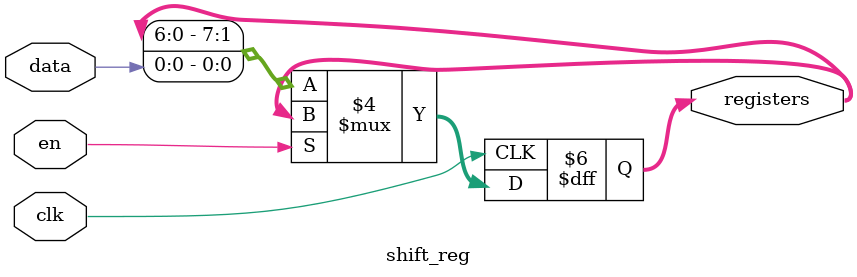
<source format=v>
`timescale 1ns / 1ps

module shift_reg  
	#(parameter MSB=8) 
	(  input clk,                    
		input data,         
      input en,                     // enable low
      output reg [MSB-1:0] registers 
	);    
 	
   always @ (posedge clk)
	begin
      if (~en)
         registers <= {registers[MSB-2:0], data}; // MSBFIRST 
         //registers <= {data, registers[MSB-1:1]};
      else
         registers <= registers;
   end
		
endmodule
 

</source>
